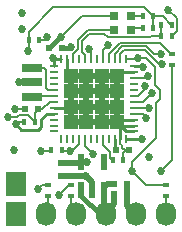
<source format=gtl>
G04 #@! TF.FileFunction,Copper,L1,Top,Signal*
%FSLAX46Y46*%
G04 Gerber Fmt 4.6, Leading zero omitted, Abs format (unit mm)*
G04 Created by KiCad (PCBNEW 4.0.2-stable) date 4/25/2016 12:45:42 PM*
%MOMM*%
G01*
G04 APERTURE LIST*
%ADD10C,0.100000*%
%ADD11R,0.600000X0.500000*%
%ADD12R,0.500000X0.600000*%
%ADD13R,0.400000X0.600000*%
%ADD14R,0.600000X0.400000*%
%ADD15C,0.685800*%
%ADD16R,0.700000X0.250000*%
%ADD17R,0.250000X0.700000*%
%ADD18R,1.287500X1.287500*%
%ADD19R,0.558800X1.320800*%
%ADD20R,1.700000X0.700000*%
%ADD21R,1.727200X2.032000*%
%ADD22O,1.727200X2.032000*%
%ADD23R,0.797560X0.797560*%
%ADD24C,0.476250*%
%ADD25C,0.381000*%
%ADD26C,0.508000*%
%ADD27C,0.152400*%
%ADD28C,0.254000*%
%ADD29C,0.250000*%
G04 APERTURE END LIST*
D10*
D11*
X200110000Y-111696500D03*
X201210000Y-111696500D03*
D12*
X196469000Y-109940000D03*
X196469000Y-111040000D03*
X195580000Y-109940000D03*
X195580000Y-111040000D03*
D11*
X193653500Y-105410000D03*
X192553500Y-105410000D03*
X200237000Y-108839000D03*
X201337000Y-108839000D03*
X200110000Y-112585500D03*
X201210000Y-112585500D03*
X195685500Y-100203000D03*
X194585500Y-100203000D03*
D13*
X192463000Y-106489500D03*
X193363000Y-106489500D03*
X204983500Y-98234500D03*
X204083500Y-98234500D03*
X204083500Y-99187000D03*
X204983500Y-99187000D03*
X199956000Y-109728000D03*
X200856000Y-109728000D03*
D14*
X204978000Y-101605500D03*
X204978000Y-100705500D03*
X194500500Y-112718000D03*
X194500500Y-111818000D03*
X196405500Y-112718000D03*
X196405500Y-111818000D03*
X204470000Y-112718000D03*
X204470000Y-111818000D03*
D13*
X194749000Y-108839000D03*
X195649000Y-108839000D03*
X192844000Y-99504500D03*
X193744000Y-99504500D03*
X202496000Y-97536000D03*
X203396000Y-97536000D03*
X203396000Y-98552000D03*
X202496000Y-98552000D03*
D15*
X191579500Y-108839000D03*
X202692000Y-103441500D03*
D16*
X194974000Y-101771000D03*
X194974000Y-102271000D03*
X194974000Y-102771000D03*
X194974000Y-103271000D03*
X194974000Y-103771000D03*
X194974000Y-104271000D03*
X194974000Y-104771000D03*
X194974000Y-105271000D03*
X194974000Y-105771000D03*
X194974000Y-106271000D03*
X194974000Y-106771000D03*
X194974000Y-107271000D03*
D17*
X195624000Y-107921000D03*
X196124000Y-107921000D03*
X196624000Y-107921000D03*
X197124000Y-107921000D03*
X197624000Y-107921000D03*
X198124000Y-107921000D03*
X198624000Y-107921000D03*
X199124000Y-107921000D03*
X199624000Y-107921000D03*
X200124000Y-107921000D03*
X200624000Y-107921000D03*
X201124000Y-107921000D03*
D16*
X201774000Y-107271000D03*
X201774000Y-106771000D03*
X201774000Y-106271000D03*
X201774000Y-105771000D03*
X201774000Y-105271000D03*
X201774000Y-104771000D03*
X201774000Y-104271000D03*
X201774000Y-103771000D03*
X201774000Y-103271000D03*
X201774000Y-102771000D03*
X201774000Y-102271000D03*
X201774000Y-101771000D03*
D17*
X201124000Y-101121000D03*
X200624000Y-101121000D03*
X200124000Y-101121000D03*
X199624000Y-101121000D03*
X199124000Y-101121000D03*
X198624000Y-101121000D03*
X198124000Y-101121000D03*
X197624000Y-101121000D03*
X197124000Y-101121000D03*
X196624000Y-101121000D03*
X196124000Y-101121000D03*
X195624000Y-101121000D03*
D18*
X200305250Y-106452250D03*
X200305250Y-105164750D03*
X200305250Y-103877250D03*
X200305250Y-102589750D03*
X199017750Y-106452250D03*
X199017750Y-105164750D03*
X199017750Y-103877250D03*
X199017750Y-102589750D03*
X197730250Y-106452250D03*
X197730250Y-105164750D03*
X197730250Y-103877250D03*
X197730250Y-102589750D03*
X196442750Y-106452250D03*
X196442750Y-105164750D03*
X196442750Y-103877250D03*
X196442750Y-102589750D03*
D19*
X197307200Y-112229900D03*
X198247000Y-112229900D03*
X199186800Y-112229900D03*
X199186800Y-109893100D03*
X197307200Y-109893100D03*
D20*
X193167000Y-101924000D03*
X193167000Y-103124000D03*
X193167000Y-104324000D03*
D21*
X191770000Y-111760000D03*
X191770000Y-114300000D03*
D22*
X194310000Y-114300000D03*
X196850000Y-114300000D03*
X199390000Y-114300000D03*
X201930000Y-114300000D03*
X204470000Y-114300000D03*
D23*
X201536300Y-97536000D03*
X200037700Y-97536000D03*
X201536300Y-98679000D03*
X200037700Y-98679000D03*
D15*
X203073000Y-109410500D03*
X204660500Y-96964500D03*
X197739000Y-111061500D03*
X192278000Y-97282000D03*
X192278000Y-98615500D03*
X195580000Y-99314000D03*
X200305250Y-105164750D03*
X196442750Y-105164750D03*
X200305250Y-102589750D03*
X196442750Y-102589750D03*
X192024000Y-103124000D03*
X191706500Y-105410000D03*
X193929000Y-108966000D03*
X202438000Y-107950000D03*
X197802500Y-109855000D03*
X192786000Y-100457000D03*
X196405500Y-100139500D03*
X202565000Y-101854000D03*
X194945000Y-101092000D03*
X191770000Y-106680000D03*
X191135000Y-106045000D03*
X204089000Y-110617000D03*
X203009500Y-105283000D03*
X194437000Y-99314000D03*
X197993000Y-100266500D03*
X202819000Y-106108500D03*
X196342000Y-108966000D03*
X199580500Y-99949000D03*
X203327000Y-104013000D03*
X193675000Y-112141000D03*
X202946000Y-102616000D03*
X204089000Y-100711000D03*
X204152500Y-101600000D03*
X195453000Y-112649000D03*
X198310500Y-109156500D03*
X202120500Y-101092000D03*
X201612500Y-110617000D03*
D24*
X199186800Y-112229900D02*
X199186800Y-112026700D01*
X199186800Y-112026700D02*
X199517000Y-111696500D01*
X199517000Y-111696500D02*
X200110000Y-111696500D01*
X199390000Y-114300000D02*
X199390000Y-114109500D01*
X199390000Y-114109500D02*
X200110000Y-113389500D01*
X200110000Y-113389500D02*
X200110000Y-112585500D01*
D25*
X197307200Y-112725200D02*
X198882000Y-114300000D01*
D24*
X198882000Y-114300000D02*
X199390000Y-114300000D01*
D26*
X199186800Y-112166400D02*
X199186800Y-112026700D01*
X199186800Y-112166400D02*
X199186800Y-114096800D01*
X199186800Y-114096800D02*
X199390000Y-114300000D01*
X197730250Y-103877250D02*
X197730250Y-102589750D01*
X197730250Y-105164750D02*
X197730250Y-103877250D01*
X197730250Y-106452250D02*
X197730250Y-105164750D01*
X199017750Y-105164750D02*
X199017750Y-106452250D01*
X199017750Y-103877250D02*
X199017750Y-105164750D01*
X199017750Y-102589750D02*
X199017750Y-103877250D01*
X200305250Y-105164750D02*
X200305250Y-103877250D01*
X196442750Y-105164750D02*
X196442750Y-106452250D01*
X196442750Y-102589750D02*
X196442750Y-103877250D01*
D24*
X196469000Y-111040000D02*
X195580000Y-111040000D01*
X201210000Y-112585500D02*
X201210000Y-111696500D01*
D27*
X204983500Y-99187000D02*
X204983500Y-99181500D01*
X204983500Y-99181500D02*
X205422500Y-98742500D01*
X205422500Y-98742500D02*
X205422500Y-97663000D01*
X205422500Y-97663000D02*
X204660500Y-96964500D01*
X200856000Y-109728000D02*
X200856000Y-109087500D01*
X200856000Y-109087500D02*
X201104500Y-108839000D01*
X201104500Y-108839000D02*
X201337000Y-108839000D01*
D24*
X196490500Y-111061500D02*
X197739000Y-111061500D01*
X197739000Y-111061500D02*
X198247000Y-111569500D01*
X196490500Y-111061500D02*
X196469000Y-111040000D01*
X198247000Y-112229900D02*
X198247000Y-111569500D01*
D26*
X201210000Y-112649000D02*
X201210000Y-113580000D01*
D28*
X198247000Y-112229900D02*
X198247000Y-111823500D01*
D27*
X200037700Y-97536000D02*
X197358000Y-97536000D01*
X197358000Y-97536000D02*
X195580000Y-99314000D01*
D25*
X195580000Y-99314000D02*
X195474500Y-99314000D01*
X195474500Y-99314000D02*
X194585500Y-100203000D01*
D27*
X201337000Y-108839000D02*
X200977500Y-108839000D01*
X200624000Y-108295000D02*
X200624000Y-107921000D01*
X200787000Y-108458000D02*
X200624000Y-108295000D01*
X200787000Y-108648500D02*
X200787000Y-108458000D01*
X200977500Y-108839000D02*
X200787000Y-108648500D01*
D29*
X200624000Y-107921000D02*
X200624000Y-106771000D01*
D28*
X200624000Y-106771000D02*
X200305250Y-106452250D01*
D26*
X196442750Y-106452250D02*
X197730250Y-106452250D01*
X197730250Y-106452250D02*
X199017750Y-106452250D01*
X199017750Y-106452250D02*
X200305250Y-106452250D01*
X200305250Y-106452250D02*
X200305250Y-105164750D01*
X200305250Y-105164750D02*
X199017750Y-105164750D01*
X199017750Y-105164750D02*
X197730250Y-105164750D01*
X197730250Y-105164750D02*
X196442750Y-105164750D01*
X196442750Y-105164750D02*
X196442750Y-103877250D01*
X196442750Y-103877250D02*
X197730250Y-103877250D01*
X197730250Y-103877250D02*
X199017750Y-103877250D01*
X199017750Y-103877250D02*
X200305250Y-103877250D01*
X200305250Y-103877250D02*
X200305250Y-102589750D01*
X200305250Y-102589750D02*
X199017750Y-102589750D01*
X199017750Y-102589750D02*
X197730250Y-102589750D01*
X197730250Y-102589750D02*
X196442750Y-102589750D01*
D28*
X196336500Y-105271000D02*
X196442750Y-105164750D01*
X200624000Y-102271000D02*
X200305250Y-102589750D01*
X196124000Y-102271000D02*
X196442750Y-102589750D01*
D29*
X201774000Y-102271000D02*
X200624000Y-102271000D01*
X201774000Y-106271000D02*
X200486500Y-106271000D01*
D28*
X200486500Y-106271000D02*
X200305250Y-106452250D01*
D29*
X201774000Y-106771000D02*
X200624000Y-106771000D01*
D28*
X200624000Y-106771000D02*
X200305250Y-106452250D01*
D29*
X201774000Y-107271000D02*
X201124000Y-107271000D01*
X201124000Y-107271000D02*
X200305250Y-106452250D01*
D28*
X200624000Y-106771000D02*
X200305250Y-106452250D01*
X194974000Y-105271000D02*
X196336500Y-105271000D01*
D29*
X196124000Y-101121000D02*
X196124000Y-102271000D01*
D27*
X193167000Y-103124000D02*
X192024000Y-103124000D01*
D26*
X201210000Y-113580000D02*
X201930000Y-114300000D01*
D27*
X192553500Y-105410000D02*
X191706500Y-105410000D01*
D24*
X196469000Y-109940000D02*
X195580000Y-109940000D01*
D26*
X196469000Y-109940000D02*
X197260300Y-109940000D01*
X197260300Y-109940000D02*
X197307200Y-109893100D01*
D27*
X193929000Y-108966000D02*
X194749000Y-108966000D01*
D29*
X201124000Y-107921000D02*
X202409000Y-107921000D01*
D28*
X202409000Y-107921000D02*
X202438000Y-107950000D01*
D27*
X204983500Y-98234500D02*
X204914500Y-98234500D01*
X204914500Y-98234500D02*
X204216000Y-97536000D01*
X204216000Y-97536000D02*
X203396000Y-97536000D01*
X197307200Y-109893100D02*
X197764400Y-109893100D01*
X197764400Y-109893100D02*
X197802500Y-109855000D01*
X192844000Y-99504500D02*
X192844000Y-98811500D01*
X202634000Y-96774000D02*
X203396000Y-97536000D01*
X194881500Y-96774000D02*
X202634000Y-96774000D01*
X192844000Y-98811500D02*
X194881500Y-96774000D01*
D28*
X193929000Y-106807000D02*
X193929000Y-106870500D01*
D29*
X194974000Y-105771000D02*
X194393500Y-105771000D01*
D28*
X194393500Y-105771000D02*
X193929000Y-106235500D01*
X193929000Y-106235500D02*
X193929000Y-106807000D01*
X193929000Y-106870500D02*
X193675000Y-107124500D01*
D27*
X197307200Y-109893100D02*
X197307200Y-110134400D01*
X192844000Y-99504500D02*
X192844000Y-100399000D01*
X192844000Y-100399000D02*
X192786000Y-100457000D01*
D25*
X196405500Y-100139500D02*
X196342000Y-100203000D01*
X196342000Y-100203000D02*
X195685500Y-100203000D01*
D27*
X203396000Y-98552000D02*
X203396000Y-97536000D01*
D28*
X201774000Y-101771000D02*
X202482000Y-101771000D01*
X202482000Y-101771000D02*
X202565000Y-101854000D01*
D29*
X195624000Y-101121000D02*
X194974000Y-101121000D01*
X194974000Y-101771000D02*
X194974000Y-101121000D01*
D27*
X191960500Y-106489500D02*
X191770000Y-106680000D01*
X191960500Y-106489500D02*
X192463000Y-106489500D01*
D28*
X192214500Y-107124500D02*
X191770000Y-106680000D01*
X193675000Y-107124500D02*
X192214500Y-107124500D01*
D27*
X191897000Y-106045000D02*
X191135000Y-106045000D01*
X192024000Y-105918000D02*
X191897000Y-106045000D01*
X192786000Y-105918000D02*
X192024000Y-105918000D01*
X193357500Y-106489500D02*
X192786000Y-105918000D01*
X193363000Y-106489500D02*
X193363000Y-105700500D01*
X193363000Y-105700500D02*
X193653500Y-105410000D01*
X193363000Y-106489500D02*
X193357500Y-106489500D01*
X194974000Y-104771000D02*
X194631500Y-104771000D01*
X194631500Y-104771000D02*
X193992500Y-105410000D01*
X193992500Y-105410000D02*
X193653500Y-105410000D01*
X192341500Y-111125000D02*
X192341500Y-111818000D01*
X192278000Y-111061500D02*
X192341500Y-111125000D01*
D28*
X200237000Y-108839000D02*
X200237000Y-108670000D01*
X200237000Y-108670000D02*
X200124000Y-108557000D01*
D29*
X200124000Y-108557000D02*
X200124000Y-107921000D01*
D27*
X202496000Y-98552000D02*
X201663300Y-98552000D01*
X201663300Y-98552000D02*
X201536300Y-98679000D01*
X196624000Y-100746500D02*
X196977000Y-100393500D01*
X197421500Y-99123500D02*
X197866000Y-98679000D01*
X200037700Y-98679000D02*
X197866000Y-98679000D01*
X196624000Y-100746500D02*
X196624000Y-101121000D01*
X197040500Y-99504500D02*
X197421500Y-99123500D01*
X197040500Y-100330000D02*
X197040500Y-99504500D01*
X196977000Y-100393500D02*
X197040500Y-100330000D01*
X204978000Y-101605500D02*
X204978000Y-109728000D01*
X204978000Y-109728000D02*
X204089000Y-110617000D01*
X194500500Y-112718000D02*
X194500500Y-114109500D01*
X194500500Y-114109500D02*
X194310000Y-114300000D01*
X194246500Y-114236500D02*
X194310000Y-114300000D01*
X196405500Y-112718000D02*
X196405500Y-113855500D01*
X196405500Y-113855500D02*
X196850000Y-114300000D01*
X196342000Y-113792000D02*
X196850000Y-114300000D01*
X204470000Y-112718000D02*
X204470000Y-114300000D01*
X201774000Y-105271000D02*
X202997500Y-105271000D01*
X202997500Y-105271000D02*
X203009500Y-105283000D01*
X193744000Y-99504500D02*
X194246500Y-99504500D01*
X194246500Y-99504500D02*
X194437000Y-99314000D01*
X198124000Y-100397500D02*
X197993000Y-100266500D01*
X198124000Y-101121000D02*
X198124000Y-100397500D01*
X202819000Y-106108500D02*
X202501500Y-105791000D01*
X201794000Y-105791000D02*
X202501500Y-105791000D01*
X201794000Y-105791000D02*
X201774000Y-105771000D01*
X196342000Y-108966000D02*
X195649000Y-108966000D01*
X196342000Y-108966000D02*
X196532500Y-108966000D01*
X196532500Y-108966000D02*
X197124000Y-108374500D01*
X197124000Y-108374500D02*
X197124000Y-107921000D01*
X199124000Y-101121000D02*
X199124000Y-100405500D01*
X199124000Y-100405500D02*
X199580500Y-99949000D01*
X202124500Y-104771000D02*
X202569000Y-104771000D01*
X202124500Y-104771000D02*
X201774000Y-104771000D01*
X202569000Y-104771000D02*
X203327000Y-104013000D01*
X204083500Y-99187000D02*
X204083500Y-98234500D01*
X204083500Y-99187000D02*
X203276198Y-99187000D01*
X203276198Y-99187000D02*
X203149198Y-99314000D01*
X203149198Y-99314000D02*
X199529698Y-99314000D01*
X199529698Y-99314000D02*
X199199500Y-98983802D01*
X199199500Y-98983802D02*
X197992254Y-98983802D01*
X197992254Y-98983802D02*
X197358000Y-99618056D01*
X197358000Y-99618056D02*
X197358000Y-100520500D01*
X197358000Y-100520500D02*
X197624000Y-100786500D01*
X197624000Y-100786500D02*
X197624000Y-101121000D01*
X199124000Y-107921000D02*
X199124000Y-108446000D01*
X199707500Y-109479500D02*
X199956000Y-109728000D01*
X199707500Y-109029500D02*
X199707500Y-109479500D01*
X199124000Y-108446000D02*
X199707500Y-109029500D01*
X199624000Y-101121000D02*
X199624000Y-100731000D01*
X203980198Y-99758500D02*
X204927198Y-100705500D01*
X200596500Y-99758500D02*
X203980198Y-99758500D01*
X199624000Y-100731000D02*
X200596500Y-99758500D01*
X204927198Y-100705500D02*
X204978000Y-100705500D01*
X193998000Y-111818000D02*
X194500500Y-111818000D01*
X193675000Y-112141000D02*
X193998000Y-111818000D01*
X203263500Y-100520500D02*
X203263127Y-100520873D01*
X203263127Y-100520873D02*
X203263127Y-100520127D01*
X202791000Y-102771000D02*
X201774000Y-102771000D01*
D28*
X202791000Y-102771000D02*
X202946000Y-102616000D01*
D27*
X200124000Y-100739000D02*
X200787000Y-100076000D01*
X200124000Y-101121000D02*
X200124000Y-100739000D01*
X202819000Y-100076000D02*
X203263127Y-100520127D01*
X200787000Y-100076000D02*
X202819000Y-100076000D01*
X203263500Y-100520500D02*
X203454000Y-100711000D01*
X203454000Y-100711000D02*
X204089000Y-100711000D01*
X203339698Y-101028500D02*
X202692000Y-100380802D01*
X202692000Y-100380802D02*
X200926698Y-100380802D01*
X200926698Y-100380802D02*
X200624000Y-100683500D01*
X200624000Y-101121000D02*
X200624000Y-100683500D01*
X203339698Y-101041198D02*
X203898500Y-101600000D01*
X203898500Y-101600000D02*
X204152500Y-101600000D01*
X203339698Y-101028500D02*
X203339698Y-101041198D01*
X195453000Y-112649000D02*
X196284000Y-111818000D01*
X196284000Y-111818000D02*
X196405500Y-111818000D01*
X203517500Y-107950000D02*
X203644500Y-107823000D01*
X203644500Y-107823000D02*
X203644500Y-106426000D01*
X197624000Y-107921000D02*
X197624000Y-108470000D01*
X197624000Y-108470000D02*
X198310500Y-109156500D01*
X202628500Y-108839000D02*
X203517500Y-107950000D01*
X203581000Y-101854000D02*
X203581000Y-103378000D01*
X202819000Y-101092000D02*
X203581000Y-101854000D01*
X203962000Y-104521000D02*
X203644500Y-104838500D01*
X203644500Y-104838500D02*
X203644500Y-106426000D01*
D28*
X202091500Y-101121000D02*
X202120500Y-101092000D01*
D27*
X201124000Y-101121000D02*
X202091500Y-101121000D01*
X202120500Y-101092000D02*
X202819000Y-101092000D01*
X203962000Y-103759000D02*
X203962000Y-104521000D01*
X203581000Y-103378000D02*
X203962000Y-103759000D01*
X201612500Y-109855000D02*
X201612500Y-110617000D01*
X202628500Y-108839000D02*
X201612500Y-109855000D01*
X202813500Y-111818000D02*
X204470000Y-111818000D01*
X201612500Y-110617000D02*
X202813500Y-111818000D01*
X194974000Y-103771000D02*
X194449000Y-103771000D01*
X194126000Y-101924000D02*
X193167000Y-101924000D01*
X194310000Y-102108000D02*
X194126000Y-101924000D01*
X194310000Y-103632000D02*
X194310000Y-102108000D01*
X194449000Y-103771000D02*
X194310000Y-103632000D01*
X194974000Y-104271000D02*
X193220000Y-104271000D01*
X193220000Y-104271000D02*
X193167000Y-104324000D01*
X202496000Y-97536000D02*
X201536300Y-97536000D01*
X201774000Y-104271000D02*
X202116500Y-104271000D01*
X202116500Y-104271000D02*
X202692000Y-103695500D01*
X202692000Y-103695500D02*
X202692000Y-103441500D01*
M02*

</source>
